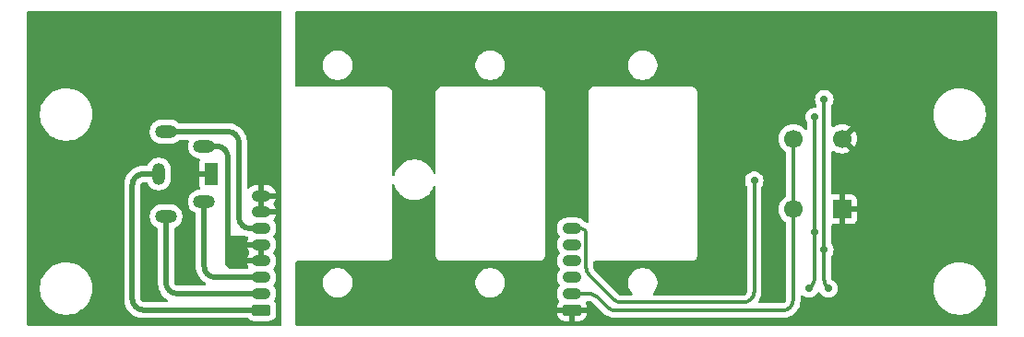
<source format=gbr>
%TF.GenerationSoftware,KiCad,Pcbnew,8.0.8*%
%TF.CreationDate,2025-01-30T12:00:52+07:00*%
%TF.ProjectId,CH170_FrontPanel,43483137-305f-4467-926f-6e7450616e65,rev?*%
%TF.SameCoordinates,Original*%
%TF.FileFunction,Copper,L1,Top*%
%TF.FilePolarity,Positive*%
%FSLAX46Y46*%
G04 Gerber Fmt 4.6, Leading zero omitted, Abs format (unit mm)*
G04 Created by KiCad (PCBNEW 8.0.8) date 2025-01-30 12:00:52*
%MOMM*%
%LPD*%
G01*
G04 APERTURE LIST*
G04 Aperture macros list*
%AMRoundRect*
0 Rectangle with rounded corners*
0 $1 Rounding radius*
0 $2 $3 $4 $5 $6 $7 $8 $9 X,Y pos of 4 corners*
0 Add a 4 corners polygon primitive as box body*
4,1,4,$2,$3,$4,$5,$6,$7,$8,$9,$2,$3,0*
0 Add four circle primitives for the rounded corners*
1,1,$1+$1,$2,$3*
1,1,$1+$1,$4,$5*
1,1,$1+$1,$6,$7*
1,1,$1+$1,$8,$9*
0 Add four rect primitives between the rounded corners*
20,1,$1+$1,$2,$3,$4,$5,0*
20,1,$1+$1,$4,$5,$6,$7,0*
20,1,$1+$1,$6,$7,$8,$9,0*
20,1,$1+$1,$8,$9,$2,$3,0*%
G04 Aperture macros list end*
%TA.AperFunction,ComponentPad*%
%ADD10R,1.200000X2.000000*%
%TD*%
%TA.AperFunction,ComponentPad*%
%ADD11O,2.000000X1.200000*%
%TD*%
%TA.AperFunction,ComponentPad*%
%ADD12O,1.200000X2.000000*%
%TD*%
%TA.AperFunction,ComponentPad*%
%ADD13RoundRect,0.250000X0.615000X-0.265000X0.615000X0.265000X-0.615000X0.265000X-0.615000X-0.265000X0*%
%TD*%
%TA.AperFunction,ComponentPad*%
%ADD14O,1.730000X1.030000*%
%TD*%
%TA.AperFunction,ComponentPad*%
%ADD15R,1.700000X1.700000*%
%TD*%
%TA.AperFunction,ComponentPad*%
%ADD16C,1.700000*%
%TD*%
%TA.AperFunction,ViaPad*%
%ADD17C,0.700000*%
%TD*%
%TA.AperFunction,Conductor*%
%ADD18C,0.500000*%
%TD*%
%TA.AperFunction,Conductor*%
%ADD19C,0.350000*%
%TD*%
%TA.AperFunction,Conductor*%
%ADD20C,0.300000*%
%TD*%
G04 APERTURE END LIST*
D10*
%TO.P,J101,G*%
%TO.N,/HDA_G*%
X123742000Y-95736000D03*
D11*
%TO.P,J101,R*%
%TO.N,/HDA_R*%
X119592000Y-99636000D03*
%TO.P,J101,RN*%
%TO.N,/HDA_RN*%
X123092000Y-98286000D03*
D12*
%TO.P,J101,S*%
%TO.N,/HDA_S*%
X118942000Y-95736000D03*
D11*
%TO.P,J101,T*%
%TO.N,/HDA_T*%
X119592000Y-91836000D03*
%TO.P,J101,TN*%
%TO.N,/HDA_TN*%
X123092000Y-93186000D03*
%TD*%
D13*
%TO.P,J103,1,Pin_1*%
%TO.N,/PWR_G*%
X156842000Y-108236000D03*
D14*
%TO.P,J103,2,Pin_2*%
%TO.N,/PWR_B*%
X156842000Y-106736000D03*
%TO.P,J103,3,Pin_3*%
%TO.N,/PWR_N*%
X156842000Y-105236000D03*
%TO.P,J103,4,Pin_4*%
%TO.N,/PWR_P*%
X156842000Y-103736000D03*
%TO.P,J103,5,Pin_5*%
%TO.N,/HDD_N*%
X156842000Y-102236000D03*
%TO.P,J103,6,Pin_6*%
%TO.N,/HDD_P*%
X156842000Y-100736000D03*
%TD*%
D13*
%TO.P,J102,1,Pin_1*%
%TO.N,/HDA_S*%
X128342000Y-108236000D03*
D14*
%TO.P,J102,2,Pin_2*%
%TO.N,/HDA_R*%
X128342000Y-106736000D03*
%TO.P,J102,3,Pin_3*%
%TO.N,/HDA_RN*%
X128342000Y-105236000D03*
%TO.P,J102,4,Pin_4*%
%TO.N,/HDA_TN*%
X128342000Y-103736000D03*
%TO.P,J102,5,Pin_5*%
X128342000Y-102236000D03*
%TO.P,J102,6,Pin_6*%
%TO.N,/HDA_T*%
X128342000Y-100736000D03*
%TO.P,J102,7,Pin_7*%
%TO.N,/HDA_G*%
X128342000Y-99236000D03*
%TO.P,J102,8,Pin_8*%
X128342000Y-97736000D03*
%TD*%
D15*
%TO.P,SW101,1,1*%
%TO.N,/PWR_G*%
X181650727Y-98989262D03*
D16*
X181650727Y-92489262D03*
%TO.P,SW101,2,2*%
%TO.N,/PWR_B*%
X177150727Y-98989262D03*
X177150727Y-92489262D03*
%TD*%
D17*
%TO.N,/PWR_G*%
X181653000Y-94714000D03*
%TO.N,/HDD_P*%
X173579499Y-96365000D03*
%TO.N,/HDD_N*%
X179113000Y-90507000D03*
%TO.N,/PWR_N*%
X180002000Y-88849000D03*
%TO.N,/HDD_N*%
X179113000Y-101064000D03*
%TO.N,/PWR_N*%
X180002000Y-102715000D03*
%TO.N,/HDD_N*%
X178602953Y-106271000D03*
%TO.N,/PWR_N*%
X180380953Y-106271000D03*
%TO.N,/PWR_G*%
X173906000Y-81379000D03*
X153586000Y-81379000D03*
X168826000Y-81379000D03*
X194226000Y-95730000D03*
X184066000Y-109065000D03*
X191686000Y-81379000D03*
X138346000Y-109065000D03*
X166286000Y-81379000D03*
X191686000Y-109065000D03*
X194226000Y-100810000D03*
X158666000Y-81379000D03*
X194226000Y-93190000D03*
X148506000Y-81379000D03*
X189146000Y-81379000D03*
X171366000Y-81379000D03*
X145966000Y-109065000D03*
X153586000Y-109065000D03*
X194226000Y-109065000D03*
X163746000Y-81379000D03*
X184066000Y-81379000D03*
X135806000Y-81379000D03*
X143426000Y-109065000D03*
X194226000Y-103350000D03*
X140886000Y-109065000D03*
X156126000Y-81379000D03*
X145966000Y-81379000D03*
X189146000Y-109065000D03*
X135806000Y-109065000D03*
X151046000Y-81379000D03*
X133266000Y-106525000D03*
X151046000Y-109065000D03*
X181526000Y-81379000D03*
X161206000Y-81379000D03*
X133266000Y-81379000D03*
X140886000Y-81379000D03*
X194226000Y-98270000D03*
X194226000Y-86459000D03*
X176446000Y-81379000D03*
X186606000Y-81379000D03*
X143426000Y-81379000D03*
X194226000Y-83919000D03*
X133266000Y-83919000D03*
X148506000Y-109065000D03*
X133266000Y-109065000D03*
X194226000Y-81379000D03*
X138346000Y-81379000D03*
X186606000Y-109065000D03*
X133266000Y-86459000D03*
X178986000Y-81379000D03*
%TO.N,/HDA_G*%
X128313000Y-81379000D03*
X123233000Y-81379000D03*
X107993000Y-83919000D03*
X120693000Y-81379000D03*
X107993000Y-81379000D03*
X128313000Y-91539000D03*
X125773000Y-81379000D03*
X107993000Y-101699000D03*
X128313000Y-83919000D03*
X128313000Y-94079000D03*
X128313000Y-86459000D03*
X107993000Y-99159000D03*
X115613000Y-81379000D03*
X107993000Y-108811000D03*
X107993000Y-104239000D03*
X113073000Y-81379000D03*
X128313000Y-88999000D03*
X110533000Y-81379000D03*
X118153000Y-81379000D03*
X107993000Y-86459000D03*
X107993000Y-96619000D03*
X107993000Y-94079000D03*
%TD*%
D18*
%TO.N,/HDA_RN*%
X128342000Y-105236000D02*
X124092000Y-105236000D01*
X124092000Y-105236000D02*
G75*
G02*
X123092000Y-104236000I0J1000000D01*
G01*
X123092000Y-104236000D02*
X123092000Y-98286000D01*
%TO.N,/HDA_R*%
X119592000Y-105736000D02*
X119592000Y-99636000D01*
X128342000Y-106736000D02*
X120592000Y-106736000D01*
X120592000Y-106736000D02*
G75*
G02*
X119592000Y-105736000I0J1000000D01*
G01*
%TO.N,/HDA_T*%
X126281000Y-99736000D02*
X126281000Y-92836000D01*
X125281000Y-91836000D02*
X119592000Y-91836000D01*
X128342000Y-100736000D02*
X127281000Y-100736000D01*
X127281000Y-100736000D02*
G75*
G02*
X126281000Y-99736000I0J1000000D01*
G01*
X126281000Y-92836000D02*
G75*
G03*
X125281000Y-91836000I-1000000J0D01*
G01*
%TO.N,/HDA_TN*%
X123093427Y-93187427D02*
X123092000Y-93186000D01*
X128342000Y-103736000D02*
X128337000Y-103731000D01*
X128337000Y-103731000D02*
X126265000Y-103731000D01*
X125265000Y-94186000D02*
G75*
G03*
X124352365Y-93187417I-1004600J-1800D01*
G01*
X125265000Y-102731000D02*
X125265000Y-94186000D01*
X124352364Y-93187427D02*
X123093427Y-93187427D01*
X126265000Y-103731000D02*
G75*
G02*
X125265000Y-102731000I0J1000000D01*
G01*
%TO.N,/HDA_S*%
X118940573Y-95737427D02*
X118942000Y-95736000D01*
X116502000Y-107236000D02*
X116502000Y-96736000D01*
X128342000Y-108236000D02*
X117502000Y-108236000D01*
X117414636Y-95737427D02*
X118940573Y-95737427D01*
X116502000Y-96736000D02*
G75*
G02*
X117414635Y-95737417I1004600J-1800D01*
G01*
X117502000Y-108236000D02*
G75*
G02*
X116502000Y-107236000I0J1000000D01*
G01*
D19*
%TO.N,/HDD_N*%
X179113000Y-105346739D02*
G75*
G02*
X178820087Y-106053826I-1000000J39D01*
G01*
X179113000Y-90507000D02*
X179113000Y-101064000D01*
X179113000Y-101064000D02*
X179113000Y-105346739D01*
X178820107Y-106053846D02*
X178602953Y-106271000D01*
%TO.N,/PWR_N*%
X180294893Y-106184940D02*
G75*
G02*
X180001976Y-105477833I707107J707140D01*
G01*
X180002000Y-102715000D02*
X180002000Y-105477833D01*
X180294893Y-106184940D02*
X180380953Y-106271000D01*
X180002000Y-102715000D02*
X180002000Y-88849000D01*
%TO.N,/PWR_G*%
X183685000Y-94523535D02*
X183685000Y-98989262D01*
X183685000Y-98989262D02*
X181650727Y-98989262D01*
X181650727Y-92489262D02*
X183685000Y-94523535D01*
D20*
%TO.N,/HDD_P*%
X156843497Y-100737497D02*
X156842000Y-100736000D01*
X157723629Y-100737497D02*
X156843497Y-100737497D01*
X158158000Y-104332786D02*
X158158000Y-101236000D01*
X172579499Y-107541000D02*
X161366214Y-107541000D01*
X173579499Y-96365000D02*
X173579499Y-106541000D01*
X161366214Y-107541000D02*
G75*
G02*
X160659100Y-107248114I-14J1000000D01*
G01*
X158158000Y-101236000D02*
G75*
G03*
X157723635Y-100737452I-505700J-2100D01*
G01*
X160659107Y-107248107D02*
X158450893Y-105039893D01*
X173579499Y-106541000D02*
G75*
G02*
X172579499Y-107540999I-999999J0D01*
G01*
X158450893Y-105039893D02*
G75*
G02*
X158158010Y-104332786I707107J707093D01*
G01*
D19*
%TO.N,/PWR_G*%
X181650727Y-98989262D02*
X181650727Y-109319000D01*
%TO.N,/PWR_B*%
X177150727Y-107303000D02*
X177150727Y-98989262D01*
X177150727Y-98989262D02*
X177150727Y-92489262D01*
X160151107Y-108010107D02*
X159169893Y-107028893D01*
X156843808Y-106737808D02*
X156842000Y-106736000D01*
X176150727Y-108303000D02*
X160858214Y-108303000D01*
X158561100Y-106737808D02*
X156843808Y-106737808D01*
X160858214Y-108303000D02*
G75*
G02*
X160151100Y-108010114I-14J1000000D01*
G01*
X159169893Y-107028893D02*
G75*
G03*
X158561100Y-106737810I-722593J-729107D01*
G01*
X177150727Y-107303000D02*
G75*
G02*
X176150727Y-108303027I-1000027J0D01*
G01*
%TO.N,/PWR_G*%
X159555000Y-109319000D02*
X181650727Y-109319000D01*
X156842000Y-108236000D02*
X158472000Y-108236000D01*
X158472000Y-108236000D02*
X159555000Y-109319000D01*
D18*
%TO.N,/HDA_TN*%
X125265000Y-102236000D02*
X128313000Y-102236000D01*
%TD*%
%TA.AperFunction,Conductor*%
%TO.N,/HDA_TN*%
G36*
X126905091Y-101450024D02*
G01*
X126907944Y-101450861D01*
X126907958Y-101450865D01*
X126988424Y-101462434D01*
X127067095Y-101473745D01*
X127130650Y-101502770D01*
X127168424Y-101561548D01*
X127168424Y-101631418D01*
X127152549Y-101665373D01*
X127092525Y-101755205D01*
X127092517Y-101755219D01*
X127016006Y-101939934D01*
X127016004Y-101939942D01*
X127006842Y-101985999D01*
X127006843Y-101986000D01*
X128075811Y-101986000D01*
X128049927Y-102011884D01*
X128001874Y-102095115D01*
X127977000Y-102187947D01*
X127977000Y-102284053D01*
X128001874Y-102376885D01*
X128049927Y-102460116D01*
X128075811Y-102486000D01*
X127006843Y-102486000D01*
X127016004Y-102532057D01*
X127016006Y-102532065D01*
X127092517Y-102716780D01*
X127092522Y-102716789D01*
X127203597Y-102883024D01*
X127203600Y-102883028D01*
X127218891Y-102898319D01*
X127252376Y-102959642D01*
X127247392Y-103029334D01*
X127218891Y-103073681D01*
X127203600Y-103088971D01*
X127203597Y-103088975D01*
X127092522Y-103255210D01*
X127092517Y-103255219D01*
X127016006Y-103439934D01*
X127016004Y-103439942D01*
X127006842Y-103485999D01*
X127006843Y-103486000D01*
X128075811Y-103486000D01*
X128049927Y-103511884D01*
X128001874Y-103595115D01*
X127977000Y-103687947D01*
X127977000Y-103784053D01*
X128001874Y-103876885D01*
X128049927Y-103960116D01*
X128075811Y-103986000D01*
X127006843Y-103986000D01*
X127016004Y-104032057D01*
X127016006Y-104032065D01*
X127092517Y-104216780D01*
X127092522Y-104216789D01*
X127143184Y-104292609D01*
X127164062Y-104359286D01*
X127145578Y-104426667D01*
X127093599Y-104473357D01*
X127040082Y-104485500D01*
X125562759Y-104485500D01*
X125495720Y-104465815D01*
X125475077Y-104449181D01*
X125452563Y-104426667D01*
X125047318Y-104021418D01*
X125013834Y-103960095D01*
X125011000Y-103933737D01*
X125011000Y-101569000D01*
X125030685Y-101501961D01*
X125083489Y-101456206D01*
X125135000Y-101445000D01*
X126870154Y-101445000D01*
X126905091Y-101450024D01*
G37*
%TD.AperFunction*%
%TA.AperFunction,Conductor*%
G36*
X128592000Y-103469811D02*
G01*
X128566116Y-103443927D01*
X128482885Y-103395874D01*
X128390053Y-103371000D01*
X128293947Y-103371000D01*
X128201115Y-103395874D01*
X128117884Y-103443927D01*
X128092000Y-103469811D01*
X128092000Y-102502189D01*
X128117884Y-102528073D01*
X128201115Y-102576126D01*
X128293947Y-102601000D01*
X128390053Y-102601000D01*
X128482885Y-102576126D01*
X128566116Y-102528073D01*
X128592000Y-102502189D01*
X128592000Y-103469811D01*
G37*
%TD.AperFunction*%
%TD*%
%TA.AperFunction,Conductor*%
%TO.N,/HDA_G*%
G36*
X128592000Y-98969811D02*
G01*
X128566116Y-98943927D01*
X128482885Y-98895874D01*
X128390053Y-98871000D01*
X128293947Y-98871000D01*
X128201115Y-98895874D01*
X128117884Y-98943927D01*
X128092000Y-98969811D01*
X128092000Y-98002189D01*
X128117884Y-98028073D01*
X128201115Y-98076126D01*
X128293947Y-98101000D01*
X128390053Y-98101000D01*
X128482885Y-98076126D01*
X128566116Y-98028073D01*
X128592000Y-98002189D01*
X128592000Y-98969811D01*
G37*
%TD.AperFunction*%
%TA.AperFunction,Conductor*%
G36*
X130161039Y-80756185D02*
G01*
X130206794Y-80808989D01*
X130218000Y-80860500D01*
X130218000Y-109611500D01*
X130198315Y-109678539D01*
X130145511Y-109724294D01*
X130094000Y-109735500D01*
X106966500Y-109735500D01*
X106899461Y-109715815D01*
X106853706Y-109663011D01*
X106842500Y-109611500D01*
X106842500Y-106129186D01*
X108025500Y-106129186D01*
X108025500Y-106398813D01*
X108055686Y-106666719D01*
X108055688Y-106666731D01*
X108115684Y-106929594D01*
X108115687Y-106929602D01*
X108204734Y-107184082D01*
X108321714Y-107426994D01*
X108321716Y-107426997D01*
X108465162Y-107655289D01*
X108633266Y-107866085D01*
X108823915Y-108056734D01*
X109034711Y-108224838D01*
X109263003Y-108368284D01*
X109505921Y-108485267D01*
X109693801Y-108551009D01*
X109760397Y-108574312D01*
X109760405Y-108574315D01*
X109760408Y-108574315D01*
X109760409Y-108574316D01*
X110023268Y-108634312D01*
X110291187Y-108664499D01*
X110291188Y-108664500D01*
X110291191Y-108664500D01*
X110560812Y-108664500D01*
X110560812Y-108664499D01*
X110828732Y-108634312D01*
X111091591Y-108574316D01*
X111346079Y-108485267D01*
X111588997Y-108368284D01*
X111817289Y-108224838D01*
X112028085Y-108056734D01*
X112218734Y-107866085D01*
X112386838Y-107655289D01*
X112530284Y-107426997D01*
X112647267Y-107184079D01*
X112736316Y-106929591D01*
X112796312Y-106666732D01*
X112826500Y-106398809D01*
X112826500Y-106129191D01*
X112796312Y-105861268D01*
X112736316Y-105598409D01*
X112647267Y-105343921D01*
X112547129Y-105135982D01*
X112530285Y-105101005D01*
X112515251Y-105077079D01*
X112386838Y-104872711D01*
X112218734Y-104661915D01*
X112028085Y-104471266D01*
X111992225Y-104442669D01*
X111917834Y-104383344D01*
X111817289Y-104303162D01*
X111588997Y-104159716D01*
X111588994Y-104159714D01*
X111346082Y-104042734D01*
X111091602Y-103953687D01*
X111091594Y-103953684D01*
X110894446Y-103908687D01*
X110828732Y-103893688D01*
X110828728Y-103893687D01*
X110828719Y-103893686D01*
X110560813Y-103863500D01*
X110560809Y-103863500D01*
X110291191Y-103863500D01*
X110291186Y-103863500D01*
X110023280Y-103893686D01*
X110023268Y-103893688D01*
X109760405Y-103953684D01*
X109760397Y-103953687D01*
X109505917Y-104042734D01*
X109263005Y-104159714D01*
X109034712Y-104303161D01*
X108823915Y-104471265D01*
X108633265Y-104661915D01*
X108465161Y-104872712D01*
X108321714Y-105101005D01*
X108204734Y-105343917D01*
X108115687Y-105598397D01*
X108115684Y-105598405D01*
X108055688Y-105861268D01*
X108055686Y-105861280D01*
X108025500Y-106129186D01*
X106842500Y-106129186D01*
X106842500Y-96818404D01*
X115751351Y-96818404D01*
X115751500Y-96821278D01*
X115751500Y-107157119D01*
X115751500Y-107236000D01*
X115751500Y-107361198D01*
X115754585Y-107382652D01*
X115787135Y-107609044D01*
X115787136Y-107609048D01*
X115857676Y-107849291D01*
X115857678Y-107849297D01*
X115961695Y-108077061D01*
X115961705Y-108077079D01*
X116097068Y-108287708D01*
X116097072Y-108287714D01*
X116261047Y-108476952D01*
X116450285Y-108640927D01*
X116450291Y-108640931D01*
X116660920Y-108776294D01*
X116660928Y-108776298D01*
X116660932Y-108776301D01*
X116660935Y-108776302D01*
X116660938Y-108776304D01*
X116888702Y-108880321D01*
X116888708Y-108880323D01*
X117091788Y-108939951D01*
X117128954Y-108950864D01*
X117376802Y-108986500D01*
X117428082Y-108986500D01*
X127099770Y-108986500D01*
X127166809Y-109006185D01*
X127187451Y-109022819D01*
X127258344Y-109093712D01*
X127407666Y-109185814D01*
X127574203Y-109240999D01*
X127676991Y-109251500D01*
X129007008Y-109251499D01*
X129109797Y-109240999D01*
X129276334Y-109185814D01*
X129425656Y-109093712D01*
X129549712Y-108969656D01*
X129641814Y-108820334D01*
X129696999Y-108653797D01*
X129707500Y-108551009D01*
X129707499Y-107920992D01*
X129696999Y-107818203D01*
X129641814Y-107651666D01*
X129549712Y-107502344D01*
X129532690Y-107485322D01*
X129499205Y-107423999D01*
X129504189Y-107354307D01*
X129517269Y-107328750D01*
X129529805Y-107309989D01*
X129591925Y-107217020D01*
X129668475Y-107032211D01*
X129707500Y-106836018D01*
X129707500Y-106635982D01*
X129668475Y-106439789D01*
X129651502Y-106398813D01*
X129591928Y-106254986D01*
X129591921Y-106254973D01*
X129480792Y-106088657D01*
X129480791Y-106088656D01*
X129465816Y-106073681D01*
X129432331Y-106012361D01*
X129437314Y-105942669D01*
X129465816Y-105898318D01*
X129480791Y-105883344D01*
X129591925Y-105717020D01*
X129668475Y-105532211D01*
X129707500Y-105336018D01*
X129707500Y-105135982D01*
X129668475Y-104939789D01*
X129640691Y-104872711D01*
X129591928Y-104754986D01*
X129591921Y-104754973D01*
X129480792Y-104588657D01*
X129480791Y-104588656D01*
X129465816Y-104573681D01*
X129432331Y-104512361D01*
X129437314Y-104442669D01*
X129465816Y-104398318D01*
X129480791Y-104383344D01*
X129591925Y-104217020D01*
X129598002Y-104202350D01*
X129616737Y-104157119D01*
X129668475Y-104032211D01*
X129707500Y-103836018D01*
X129707500Y-103635982D01*
X129668475Y-103439789D01*
X129668473Y-103439784D01*
X129591928Y-103254986D01*
X129591921Y-103254973D01*
X129480792Y-103088657D01*
X129480791Y-103088656D01*
X129465816Y-103073681D01*
X129432331Y-103012361D01*
X129437314Y-102942669D01*
X129465816Y-102898318D01*
X129480791Y-102883344D01*
X129591925Y-102717020D01*
X129668475Y-102532211D01*
X129707500Y-102336018D01*
X129707500Y-102135982D01*
X129668475Y-101939789D01*
X129668473Y-101939784D01*
X129591928Y-101754986D01*
X129591921Y-101754973D01*
X129480792Y-101588657D01*
X129480791Y-101588656D01*
X129465816Y-101573681D01*
X129432331Y-101512361D01*
X129437314Y-101442669D01*
X129465816Y-101398318D01*
X129480791Y-101383344D01*
X129591925Y-101217020D01*
X129668475Y-101032211D01*
X129707500Y-100836018D01*
X129707500Y-100635982D01*
X129668475Y-100439789D01*
X129632496Y-100352928D01*
X129591928Y-100254986D01*
X129591921Y-100254973D01*
X129480791Y-100088656D01*
X129480789Y-100088653D01*
X129465464Y-100073329D01*
X129431977Y-100012007D01*
X129436960Y-99942315D01*
X129465464Y-99897962D01*
X129480403Y-99883023D01*
X129591477Y-99716789D01*
X129591482Y-99716780D01*
X129667993Y-99532065D01*
X129667995Y-99532057D01*
X129677157Y-99486000D01*
X128608189Y-99486000D01*
X128634073Y-99460116D01*
X128682126Y-99376885D01*
X128707000Y-99284053D01*
X128707000Y-99187947D01*
X128682126Y-99095115D01*
X128634073Y-99011884D01*
X128608189Y-98986000D01*
X129677157Y-98986000D01*
X129677157Y-98985999D01*
X129667995Y-98939942D01*
X129667993Y-98939934D01*
X129591482Y-98755219D01*
X129591477Y-98755210D01*
X129480402Y-98588975D01*
X129480400Y-98588972D01*
X129465110Y-98573683D01*
X129431623Y-98512361D01*
X129436606Y-98442669D01*
X129465110Y-98398317D01*
X129480400Y-98383027D01*
X129480402Y-98383024D01*
X129591477Y-98216789D01*
X129591482Y-98216780D01*
X129667993Y-98032065D01*
X129667995Y-98032057D01*
X129677157Y-97986000D01*
X128608189Y-97986000D01*
X128634073Y-97960116D01*
X128682126Y-97876885D01*
X128707000Y-97784053D01*
X128707000Y-97687947D01*
X128682126Y-97595115D01*
X128634073Y-97511884D01*
X128608189Y-97486000D01*
X129677157Y-97486000D01*
X129677157Y-97485999D01*
X129667995Y-97439942D01*
X129667993Y-97439934D01*
X129591482Y-97255219D01*
X129591477Y-97255210D01*
X129480402Y-97088975D01*
X129480399Y-97088971D01*
X129339028Y-96947600D01*
X129339024Y-96947597D01*
X129172789Y-96836522D01*
X129172780Y-96836517D01*
X128988065Y-96760006D01*
X128988057Y-96760004D01*
X128791972Y-96721000D01*
X128592000Y-96721000D01*
X128592000Y-97469811D01*
X128566116Y-97443927D01*
X128482885Y-97395874D01*
X128390053Y-97371000D01*
X128293947Y-97371000D01*
X128201115Y-97395874D01*
X128117884Y-97443927D01*
X128092000Y-97469811D01*
X128092000Y-96721000D01*
X127892028Y-96721000D01*
X127695942Y-96760004D01*
X127695934Y-96760006D01*
X127511219Y-96836517D01*
X127511210Y-96836522D01*
X127344975Y-96947597D01*
X127344971Y-96947600D01*
X127243181Y-97049391D01*
X127181858Y-97082876D01*
X127112166Y-97077892D01*
X127056233Y-97036020D01*
X127031816Y-96970556D01*
X127031500Y-96961710D01*
X127031500Y-92710803D01*
X127024843Y-92664500D01*
X126995864Y-92462954D01*
X126968067Y-92368284D01*
X126925323Y-92222708D01*
X126925321Y-92222702D01*
X126821304Y-91994938D01*
X126821294Y-91994920D01*
X126685931Y-91784291D01*
X126685927Y-91784285D01*
X126521952Y-91595047D01*
X126332714Y-91431072D01*
X126332708Y-91431068D01*
X126122079Y-91295705D01*
X126122061Y-91295695D01*
X125894297Y-91191678D01*
X125894291Y-91191676D01*
X125654048Y-91121136D01*
X125654044Y-91121135D01*
X125477468Y-91095747D01*
X125406198Y-91085500D01*
X125406196Y-91085500D01*
X120849204Y-91085500D01*
X120782165Y-91065815D01*
X120761523Y-91049181D01*
X120708930Y-90996588D01*
X120708928Y-90996586D01*
X120568788Y-90894768D01*
X120414445Y-90816127D01*
X120249701Y-90762598D01*
X120249699Y-90762597D01*
X120249698Y-90762597D01*
X120118271Y-90741781D01*
X120078611Y-90735500D01*
X119105389Y-90735500D01*
X119065728Y-90741781D01*
X118934302Y-90762597D01*
X118769552Y-90816128D01*
X118615211Y-90894768D01*
X118567282Y-90929591D01*
X118475072Y-90996586D01*
X118475070Y-90996588D01*
X118475069Y-90996588D01*
X118352588Y-91119069D01*
X118352588Y-91119070D01*
X118352586Y-91119072D01*
X118308859Y-91179256D01*
X118250768Y-91259211D01*
X118172128Y-91413552D01*
X118118597Y-91578302D01*
X118091500Y-91749389D01*
X118091500Y-91922610D01*
X118102954Y-91994932D01*
X118118598Y-92093701D01*
X118172127Y-92258445D01*
X118250768Y-92412788D01*
X118352586Y-92552928D01*
X118475072Y-92675414D01*
X118615212Y-92777232D01*
X118769555Y-92855873D01*
X118934299Y-92909402D01*
X119105389Y-92936500D01*
X119105390Y-92936500D01*
X120078610Y-92936500D01*
X120078611Y-92936500D01*
X120249701Y-92909402D01*
X120414445Y-92855873D01*
X120568788Y-92777232D01*
X120708928Y-92675414D01*
X120761523Y-92622819D01*
X120822846Y-92589334D01*
X120849204Y-92586500D01*
X121559991Y-92586500D01*
X121627030Y-92606185D01*
X121672785Y-92658989D01*
X121682729Y-92728147D01*
X121673055Y-92758657D01*
X121673994Y-92759046D01*
X121672129Y-92763547D01*
X121618597Y-92928302D01*
X121617299Y-92936500D01*
X121591500Y-93099389D01*
X121591500Y-93272611D01*
X121618598Y-93443701D01*
X121672127Y-93608445D01*
X121750768Y-93762788D01*
X121852586Y-93902928D01*
X121975072Y-94025414D01*
X122115212Y-94127232D01*
X122269555Y-94205873D01*
X122434299Y-94259402D01*
X122605389Y-94286500D01*
X122605390Y-94286500D01*
X122606192Y-94286500D01*
X122606486Y-94286586D01*
X122610252Y-94286883D01*
X122610189Y-94287673D01*
X122673231Y-94306185D01*
X122718986Y-94358989D01*
X122728930Y-94428147D01*
X122705460Y-94484810D01*
X122698646Y-94493911D01*
X122698645Y-94493913D01*
X122648403Y-94628620D01*
X122648401Y-94628627D01*
X122642000Y-94688155D01*
X122642000Y-95486000D01*
X123442000Y-95486000D01*
X123442000Y-95986000D01*
X122642000Y-95986000D01*
X122642000Y-96783844D01*
X122648401Y-96843372D01*
X122648403Y-96843379D01*
X122698645Y-96978086D01*
X122698646Y-96978088D01*
X122705460Y-96987190D01*
X122729876Y-97052655D01*
X122715024Y-97120928D01*
X122665618Y-97170333D01*
X122610201Y-97184476D01*
X122610252Y-97185117D01*
X122606550Y-97185408D01*
X122606192Y-97185500D01*
X122605389Y-97185500D01*
X122565728Y-97191781D01*
X122434302Y-97212597D01*
X122269552Y-97266128D01*
X122115211Y-97344768D01*
X122044871Y-97395874D01*
X121975072Y-97446586D01*
X121975070Y-97446588D01*
X121975069Y-97446588D01*
X121852588Y-97569069D01*
X121852588Y-97569070D01*
X121852586Y-97569072D01*
X121833665Y-97595115D01*
X121750768Y-97709211D01*
X121672128Y-97863552D01*
X121618597Y-98028302D01*
X121611023Y-98076126D01*
X121591500Y-98199389D01*
X121591500Y-98372611D01*
X121618598Y-98543701D01*
X121672127Y-98708445D01*
X121750768Y-98862788D01*
X121852586Y-99002928D01*
X121975072Y-99125414D01*
X122027508Y-99163511D01*
X122115213Y-99227233D01*
X122273794Y-99308033D01*
X122324591Y-99356007D01*
X122341500Y-99418518D01*
X122341500Y-104157119D01*
X122341500Y-104236000D01*
X122341500Y-104361198D01*
X122344585Y-104382652D01*
X122377135Y-104609044D01*
X122377136Y-104609048D01*
X122447676Y-104849291D01*
X122447678Y-104849297D01*
X122551695Y-105077061D01*
X122551705Y-105077079D01*
X122687068Y-105287708D01*
X122687072Y-105287714D01*
X122851047Y-105476952D01*
X123040285Y-105640927D01*
X123040291Y-105640931D01*
X123221185Y-105757185D01*
X123266940Y-105809989D01*
X123276884Y-105879147D01*
X123247859Y-105942703D01*
X123189081Y-105980477D01*
X123154146Y-105985500D01*
X120601756Y-105985500D01*
X120582359Y-105983973D01*
X120534297Y-105976361D01*
X120497400Y-105964372D01*
X120462845Y-105946765D01*
X120431461Y-105923963D01*
X120404036Y-105896538D01*
X120381235Y-105865156D01*
X120363625Y-105830595D01*
X120351639Y-105793706D01*
X120344025Y-105745631D01*
X120342500Y-105726244D01*
X120342500Y-100768518D01*
X120362185Y-100701479D01*
X120410206Y-100658033D01*
X120568786Y-100577233D01*
X120568785Y-100577233D01*
X120568788Y-100577232D01*
X120708928Y-100475414D01*
X120831414Y-100352928D01*
X120933232Y-100212788D01*
X121011873Y-100058445D01*
X121065402Y-99893701D01*
X121092500Y-99722611D01*
X121092500Y-99549389D01*
X121065402Y-99378299D01*
X121011873Y-99213555D01*
X120933232Y-99059212D01*
X120831414Y-98919072D01*
X120708928Y-98796586D01*
X120568788Y-98694768D01*
X120414445Y-98616127D01*
X120249701Y-98562598D01*
X120249699Y-98562597D01*
X120249698Y-98562597D01*
X120118271Y-98541781D01*
X120078611Y-98535500D01*
X119105389Y-98535500D01*
X119065728Y-98541781D01*
X118934302Y-98562597D01*
X118769552Y-98616128D01*
X118615211Y-98694768D01*
X118535256Y-98752859D01*
X118475072Y-98796586D01*
X118475070Y-98796588D01*
X118475069Y-98796588D01*
X118352588Y-98919069D01*
X118352588Y-98919070D01*
X118352586Y-98919072D01*
X118337429Y-98939934D01*
X118250768Y-99059211D01*
X118172128Y-99213552D01*
X118118597Y-99378302D01*
X118091500Y-99549389D01*
X118091500Y-99722610D01*
X118116906Y-99883023D01*
X118118598Y-99893701D01*
X118172127Y-100058445D01*
X118250768Y-100212788D01*
X118352586Y-100352928D01*
X118475072Y-100475414D01*
X118580177Y-100551777D01*
X118615213Y-100577233D01*
X118773794Y-100658033D01*
X118824591Y-100706007D01*
X118841500Y-100768518D01*
X118841500Y-105657119D01*
X118841500Y-105736000D01*
X118841500Y-105861198D01*
X118844585Y-105882652D01*
X118877135Y-106109044D01*
X118877136Y-106109048D01*
X118947676Y-106349291D01*
X118947678Y-106349297D01*
X119051695Y-106577061D01*
X119051705Y-106577079D01*
X119187068Y-106787708D01*
X119187072Y-106787714D01*
X119351047Y-106976952D01*
X119540285Y-107140927D01*
X119540291Y-107140931D01*
X119721185Y-107257185D01*
X119766940Y-107309989D01*
X119776884Y-107379147D01*
X119747859Y-107442703D01*
X119689081Y-107480477D01*
X119654146Y-107485500D01*
X117511756Y-107485500D01*
X117492359Y-107483973D01*
X117444297Y-107476361D01*
X117407400Y-107464372D01*
X117372845Y-107446765D01*
X117341461Y-107423963D01*
X117314036Y-107396538D01*
X117291235Y-107365156D01*
X117273625Y-107330595D01*
X117261639Y-107293706D01*
X117254025Y-107245631D01*
X117252500Y-107226244D01*
X117252500Y-96746624D01*
X117253884Y-96728152D01*
X117260894Y-96681620D01*
X117271584Y-96646721D01*
X117287902Y-96612504D01*
X117308288Y-96582235D01*
X117333863Y-96554252D01*
X117362175Y-96531234D01*
X117394799Y-96511904D01*
X117428592Y-96498128D01*
X117455901Y-96491462D01*
X117485300Y-96487927D01*
X117810209Y-96487927D01*
X117877248Y-96507612D01*
X117920694Y-96555633D01*
X118000766Y-96712786D01*
X118025351Y-96746624D01*
X118102586Y-96852928D01*
X118225072Y-96975414D01*
X118365212Y-97077232D01*
X118519555Y-97155873D01*
X118684299Y-97209402D01*
X118855389Y-97236500D01*
X118855390Y-97236500D01*
X119028610Y-97236500D01*
X119028611Y-97236500D01*
X119199701Y-97209402D01*
X119364445Y-97155873D01*
X119518788Y-97077232D01*
X119658928Y-96975414D01*
X119781414Y-96852928D01*
X119883232Y-96712788D01*
X119961873Y-96558445D01*
X120015402Y-96393701D01*
X120042500Y-96222611D01*
X120042500Y-95249389D01*
X120015402Y-95078299D01*
X119961873Y-94913555D01*
X119883232Y-94759212D01*
X119781414Y-94619072D01*
X119658928Y-94496586D01*
X119518788Y-94394768D01*
X119364445Y-94316127D01*
X119199701Y-94262598D01*
X119199699Y-94262597D01*
X119199698Y-94262597D01*
X119068271Y-94241781D01*
X119028611Y-94235500D01*
X118855389Y-94235500D01*
X118815728Y-94241781D01*
X118684302Y-94262597D01*
X118519552Y-94316128D01*
X118365211Y-94394768D01*
X118285256Y-94452859D01*
X118225072Y-94496586D01*
X118225070Y-94496588D01*
X118225069Y-94496588D01*
X118102588Y-94619069D01*
X118102588Y-94619070D01*
X118102586Y-94619072D01*
X118095649Y-94628620D01*
X118000768Y-94759211D01*
X117919915Y-94917896D01*
X117918118Y-94916980D01*
X117879617Y-94964772D01*
X117813327Y-94986847D01*
X117808881Y-94986927D01*
X117466191Y-94986927D01*
X117451623Y-94986068D01*
X117444869Y-94985269D01*
X117424487Y-94982857D01*
X117424477Y-94982857D01*
X117390140Y-94986013D01*
X117385875Y-94986406D01*
X117374525Y-94986927D01*
X117340711Y-94986927D01*
X117313103Y-94992418D01*
X117300309Y-94994276D01*
X117251550Y-94998774D01*
X117228398Y-95000910D01*
X117228392Y-95000911D01*
X117228387Y-95000912D01*
X116998341Y-95053800D01*
X116998330Y-95053803D01*
X116777429Y-95137020D01*
X116777426Y-95137022D01*
X116569648Y-95249075D01*
X116569641Y-95249079D01*
X116378745Y-95387937D01*
X116208152Y-95551116D01*
X116060951Y-95735661D01*
X116060947Y-95735667D01*
X115939789Y-95938246D01*
X115939783Y-95938259D01*
X115846832Y-96155256D01*
X115846831Y-96155260D01*
X115783781Y-96382725D01*
X115783776Y-96382750D01*
X115751750Y-96616617D01*
X115751750Y-96616622D01*
X115751670Y-96654527D01*
X115751500Y-96657920D01*
X115751500Y-96662082D01*
X115751500Y-96735214D01*
X115751480Y-96746624D01*
X115751351Y-96818404D01*
X106842500Y-96818404D01*
X106842500Y-90129186D01*
X108025500Y-90129186D01*
X108025500Y-90398813D01*
X108055686Y-90666719D01*
X108055688Y-90666731D01*
X108115684Y-90929594D01*
X108115687Y-90929602D01*
X108204734Y-91184082D01*
X108321714Y-91426994D01*
X108324277Y-91431073D01*
X108465162Y-91655289D01*
X108633266Y-91866085D01*
X108823915Y-92056734D01*
X109034711Y-92224838D01*
X109263003Y-92368284D01*
X109505921Y-92485267D01*
X109697049Y-92552145D01*
X109760397Y-92574312D01*
X109760405Y-92574315D01*
X109760408Y-92574315D01*
X109760409Y-92574316D01*
X110023268Y-92634312D01*
X110291187Y-92664499D01*
X110291188Y-92664500D01*
X110291191Y-92664500D01*
X110560812Y-92664500D01*
X110560812Y-92664499D01*
X110828732Y-92634312D01*
X111091591Y-92574316D01*
X111346079Y-92485267D01*
X111588997Y-92368284D01*
X111817289Y-92224838D01*
X112028085Y-92056734D01*
X112218734Y-91866085D01*
X112386838Y-91655289D01*
X112530284Y-91426997D01*
X112647267Y-91184079D01*
X112736316Y-90929591D01*
X112796312Y-90666732D01*
X112826500Y-90398809D01*
X112826500Y-90129191D01*
X112796312Y-89861268D01*
X112736316Y-89598409D01*
X112647267Y-89343921D01*
X112530284Y-89101003D01*
X112386838Y-88872711D01*
X112218734Y-88661915D01*
X112028085Y-88471266D01*
X111817289Y-88303162D01*
X111588997Y-88159716D01*
X111588994Y-88159714D01*
X111346082Y-88042734D01*
X111091602Y-87953687D01*
X111091594Y-87953684D01*
X110894446Y-87908687D01*
X110828732Y-87893688D01*
X110828728Y-87893687D01*
X110828719Y-87893686D01*
X110560813Y-87863500D01*
X110560809Y-87863500D01*
X110291191Y-87863500D01*
X110291186Y-87863500D01*
X110023280Y-87893686D01*
X110023268Y-87893688D01*
X109760405Y-87953684D01*
X109760397Y-87953687D01*
X109505917Y-88042734D01*
X109263005Y-88159714D01*
X109034712Y-88303161D01*
X108823915Y-88471265D01*
X108633265Y-88661915D01*
X108465161Y-88872712D01*
X108321714Y-89101005D01*
X108204734Y-89343917D01*
X108115687Y-89598397D01*
X108115684Y-89598405D01*
X108055688Y-89861268D01*
X108055686Y-89861280D01*
X108025500Y-90129186D01*
X106842500Y-90129186D01*
X106842500Y-80860500D01*
X106862185Y-80793461D01*
X106914989Y-80747706D01*
X106966500Y-80736500D01*
X130094000Y-80736500D01*
X130161039Y-80756185D01*
G37*
%TD.AperFunction*%
%TD*%
%TA.AperFunction,Conductor*%
%TO.N,/PWR_G*%
G36*
X195784539Y-80756185D02*
G01*
X195830294Y-80808989D01*
X195841500Y-80860500D01*
X195841500Y-109611500D01*
X195821815Y-109678539D01*
X195769011Y-109724294D01*
X195717500Y-109735500D01*
X131612000Y-109735500D01*
X131544961Y-109715815D01*
X131499206Y-109663011D01*
X131488000Y-109611500D01*
X131488000Y-105629713D01*
X133991500Y-105629713D01*
X133991500Y-105842286D01*
X134021125Y-106029334D01*
X134024754Y-106052243D01*
X134049754Y-106129186D01*
X134090444Y-106254414D01*
X134186951Y-106443820D01*
X134311890Y-106615786D01*
X134462213Y-106766109D01*
X134634179Y-106891048D01*
X134634181Y-106891049D01*
X134634184Y-106891051D01*
X134823588Y-106987557D01*
X135025757Y-107053246D01*
X135235713Y-107086500D01*
X135235714Y-107086500D01*
X135448286Y-107086500D01*
X135448287Y-107086500D01*
X135658243Y-107053246D01*
X135860412Y-106987557D01*
X136049816Y-106891051D01*
X136106423Y-106849924D01*
X136221786Y-106766109D01*
X136221788Y-106766106D01*
X136221792Y-106766104D01*
X136372104Y-106615792D01*
X136372106Y-106615788D01*
X136372109Y-106615786D01*
X136497048Y-106443820D01*
X136497047Y-106443820D01*
X136497051Y-106443816D01*
X136593557Y-106254412D01*
X136659246Y-106052243D01*
X136692500Y-105842287D01*
X136692500Y-105629713D01*
X147991500Y-105629713D01*
X147991500Y-105842286D01*
X148021125Y-106029334D01*
X148024754Y-106052243D01*
X148049754Y-106129186D01*
X148090444Y-106254414D01*
X148186951Y-106443820D01*
X148311890Y-106615786D01*
X148462213Y-106766109D01*
X148634179Y-106891048D01*
X148634181Y-106891049D01*
X148634184Y-106891051D01*
X148823588Y-106987557D01*
X149025757Y-107053246D01*
X149235713Y-107086500D01*
X149235714Y-107086500D01*
X149448286Y-107086500D01*
X149448287Y-107086500D01*
X149658243Y-107053246D01*
X149860412Y-106987557D01*
X150049816Y-106891051D01*
X150106423Y-106849924D01*
X150221786Y-106766109D01*
X150221788Y-106766106D01*
X150221792Y-106766104D01*
X150372104Y-106615792D01*
X150372106Y-106615788D01*
X150372109Y-106615786D01*
X150497048Y-106443820D01*
X150497047Y-106443820D01*
X150497051Y-106443816D01*
X150593557Y-106254412D01*
X150659246Y-106052243D01*
X150692500Y-105842287D01*
X150692500Y-105629713D01*
X150659246Y-105419757D01*
X150593557Y-105217588D01*
X150497051Y-105028184D01*
X150497049Y-105028181D01*
X150497048Y-105028179D01*
X150372109Y-104856213D01*
X150221786Y-104705890D01*
X150049820Y-104580951D01*
X149860414Y-104484444D01*
X149860413Y-104484443D01*
X149860412Y-104484443D01*
X149658243Y-104418754D01*
X149658241Y-104418753D01*
X149658240Y-104418753D01*
X149496957Y-104393208D01*
X149448287Y-104385500D01*
X149235713Y-104385500D01*
X149187042Y-104393208D01*
X149025760Y-104418753D01*
X148823585Y-104484444D01*
X148634179Y-104580951D01*
X148462213Y-104705890D01*
X148311890Y-104856213D01*
X148186951Y-105028179D01*
X148090444Y-105217585D01*
X148024753Y-105419760D01*
X147991500Y-105629713D01*
X136692500Y-105629713D01*
X136659246Y-105419757D01*
X136593557Y-105217588D01*
X136497051Y-105028184D01*
X136497049Y-105028181D01*
X136497048Y-105028179D01*
X136372109Y-104856213D01*
X136221786Y-104705890D01*
X136049820Y-104580951D01*
X135860414Y-104484444D01*
X135860413Y-104484443D01*
X135860412Y-104484443D01*
X135658243Y-104418754D01*
X135658241Y-104418753D01*
X135658240Y-104418753D01*
X135496957Y-104393208D01*
X135448287Y-104385500D01*
X135235713Y-104385500D01*
X135187042Y-104393208D01*
X135025760Y-104418753D01*
X134823585Y-104484444D01*
X134634179Y-104580951D01*
X134462213Y-104705890D01*
X134311890Y-104856213D01*
X134186951Y-105028179D01*
X134090444Y-105217585D01*
X134024753Y-105419760D01*
X133991500Y-105629713D01*
X131488000Y-105629713D01*
X131488000Y-103860500D01*
X131507685Y-103793461D01*
X131560489Y-103747706D01*
X131612000Y-103736500D01*
X139907890Y-103736500D01*
X139907892Y-103736500D01*
X140035186Y-103702392D01*
X140149314Y-103636500D01*
X140242500Y-103543314D01*
X140308392Y-103429186D01*
X140342500Y-103301892D01*
X140342500Y-96766531D01*
X140362185Y-96699492D01*
X140414989Y-96653737D01*
X140484147Y-96643793D01*
X140547703Y-96672818D01*
X140585477Y-96731596D01*
X140586262Y-96734390D01*
X140594874Y-96766531D01*
X140619947Y-96860104D01*
X140712773Y-97084205D01*
X140712776Y-97084212D01*
X140834064Y-97294289D01*
X140834066Y-97294292D01*
X140834067Y-97294293D01*
X140981733Y-97486736D01*
X140981739Y-97486743D01*
X141153256Y-97658260D01*
X141153262Y-97658265D01*
X141345711Y-97805936D01*
X141555788Y-97927224D01*
X141779900Y-98020054D01*
X142014211Y-98082838D01*
X142194586Y-98106584D01*
X142254711Y-98114500D01*
X142254712Y-98114500D01*
X142497289Y-98114500D01*
X142545388Y-98108167D01*
X142737789Y-98082838D01*
X142972100Y-98020054D01*
X143196212Y-97927224D01*
X143406289Y-97805936D01*
X143598738Y-97658265D01*
X143770265Y-97486738D01*
X143917936Y-97294289D01*
X144039224Y-97084212D01*
X144101999Y-96932657D01*
X144113939Y-96903834D01*
X144157780Y-96849431D01*
X144224074Y-96827366D01*
X144291773Y-96844645D01*
X144339384Y-96895782D01*
X144352500Y-96951287D01*
X144352500Y-103302891D01*
X144386608Y-103430187D01*
X144392149Y-103439784D01*
X144452500Y-103544314D01*
X144545686Y-103637500D01*
X144659814Y-103703392D01*
X144787108Y-103737500D01*
X144787110Y-103737500D01*
X153918890Y-103737500D01*
X153918892Y-103737500D01*
X154046186Y-103703392D01*
X154160314Y-103637500D01*
X154253500Y-103544314D01*
X154319392Y-103430186D01*
X154353500Y-103302892D01*
X154353500Y-100635977D01*
X155476500Y-100635977D01*
X155476500Y-100836022D01*
X155515523Y-101032203D01*
X155515526Y-101032215D01*
X155592071Y-101217013D01*
X155592078Y-101217026D01*
X155703208Y-101383343D01*
X155703211Y-101383347D01*
X155718183Y-101398319D01*
X155751668Y-101459642D01*
X155746684Y-101529334D01*
X155718183Y-101573681D01*
X155703211Y-101588652D01*
X155703208Y-101588656D01*
X155592078Y-101754973D01*
X155592071Y-101754986D01*
X155515526Y-101939784D01*
X155515523Y-101939796D01*
X155476500Y-102135977D01*
X155476500Y-102336022D01*
X155515523Y-102532203D01*
X155515526Y-102532215D01*
X155592071Y-102717013D01*
X155592078Y-102717026D01*
X155703208Y-102883343D01*
X155703211Y-102883347D01*
X155718183Y-102898319D01*
X155751668Y-102959642D01*
X155746684Y-103029334D01*
X155718183Y-103073681D01*
X155703211Y-103088652D01*
X155703208Y-103088656D01*
X155592078Y-103254973D01*
X155592071Y-103254986D01*
X155515526Y-103439784D01*
X155515523Y-103439796D01*
X155476500Y-103635977D01*
X155476500Y-103836022D01*
X155515523Y-104032203D01*
X155515526Y-104032215D01*
X155592071Y-104217013D01*
X155592078Y-104217026D01*
X155703208Y-104383343D01*
X155703211Y-104383347D01*
X155718183Y-104398319D01*
X155751668Y-104459642D01*
X155746684Y-104529334D01*
X155718183Y-104573681D01*
X155703211Y-104588652D01*
X155703208Y-104588656D01*
X155592078Y-104754973D01*
X155592071Y-104754986D01*
X155515526Y-104939784D01*
X155515523Y-104939796D01*
X155476500Y-105135977D01*
X155476500Y-105336022D01*
X155515523Y-105532203D01*
X155515526Y-105532215D01*
X155592071Y-105717013D01*
X155592078Y-105717026D01*
X155703208Y-105883343D01*
X155703211Y-105883347D01*
X155718183Y-105898319D01*
X155751668Y-105959642D01*
X155746684Y-106029334D01*
X155718183Y-106073681D01*
X155703211Y-106088652D01*
X155703208Y-106088656D01*
X155592078Y-106254973D01*
X155592071Y-106254986D01*
X155515526Y-106439784D01*
X155515523Y-106439796D01*
X155476500Y-106635977D01*
X155476500Y-106836022D01*
X155515523Y-107032203D01*
X155515526Y-107032215D01*
X155592071Y-107217013D01*
X155592078Y-107217026D01*
X155667013Y-107329174D01*
X155687891Y-107395852D01*
X155669406Y-107463232D01*
X155651594Y-107485744D01*
X155634684Y-107502654D01*
X155542643Y-107651875D01*
X155542641Y-107651880D01*
X155487494Y-107818302D01*
X155487493Y-107818309D01*
X155477000Y-107921013D01*
X155477000Y-107986000D01*
X156575811Y-107986000D01*
X156549927Y-108011884D01*
X156501874Y-108095115D01*
X156477000Y-108187947D01*
X156477000Y-108284053D01*
X156501874Y-108376885D01*
X156549927Y-108460116D01*
X156575811Y-108486000D01*
X155477001Y-108486000D01*
X155477001Y-108550986D01*
X155487494Y-108653697D01*
X155542641Y-108820119D01*
X155542643Y-108820124D01*
X155634684Y-108969345D01*
X155758654Y-109093315D01*
X155907875Y-109185356D01*
X155907880Y-109185358D01*
X156074302Y-109240505D01*
X156074309Y-109240506D01*
X156177019Y-109250999D01*
X156591999Y-109250999D01*
X156592000Y-109250998D01*
X156592000Y-108502189D01*
X156617884Y-108528073D01*
X156701115Y-108576126D01*
X156793947Y-108601000D01*
X156890053Y-108601000D01*
X156982885Y-108576126D01*
X157066116Y-108528073D01*
X157092000Y-108502189D01*
X157092000Y-109250999D01*
X157506972Y-109250999D01*
X157506986Y-109250998D01*
X157609697Y-109240505D01*
X157776119Y-109185358D01*
X157776124Y-109185356D01*
X157925345Y-109093315D01*
X158049315Y-108969345D01*
X158141356Y-108820124D01*
X158141358Y-108820119D01*
X158196505Y-108653697D01*
X158196506Y-108653690D01*
X158206999Y-108550986D01*
X158207000Y-108550973D01*
X158207000Y-108486000D01*
X157108189Y-108486000D01*
X157134073Y-108460116D01*
X157182126Y-108376885D01*
X157207000Y-108284053D01*
X157207000Y-108187947D01*
X157182126Y-108095115D01*
X157134073Y-108011884D01*
X157108189Y-107986000D01*
X158206999Y-107986000D01*
X158206999Y-107921028D01*
X158206998Y-107921013D01*
X158196505Y-107818302D01*
X158141358Y-107651880D01*
X158141353Y-107651869D01*
X158110843Y-107602405D01*
X158092402Y-107535013D01*
X158113324Y-107468349D01*
X158166966Y-107423580D01*
X158216381Y-107413308D01*
X158490729Y-107413308D01*
X158518118Y-107416371D01*
X158537595Y-107420782D01*
X158546655Y-107422834D01*
X158548934Y-107423350D01*
X158575032Y-107432416D01*
X158620513Y-107454162D01*
X158643955Y-107468782D01*
X158688681Y-107504163D01*
X158699431Y-107513732D01*
X159615307Y-108429608D01*
X159615317Y-108429619D01*
X159619641Y-108433943D01*
X159619642Y-108433944D01*
X159637133Y-108451435D01*
X159637152Y-108451469D01*
X159751100Y-108565414D01*
X159751105Y-108565418D01*
X159751109Y-108565422D01*
X159925360Y-108699127D01*
X160115573Y-108808943D01*
X160318492Y-108892992D01*
X160318497Y-108892994D01*
X160469410Y-108933428D01*
X160530646Y-108949836D01*
X160530647Y-108949836D01*
X160530650Y-108949837D01*
X160626237Y-108962419D01*
X160748405Y-108978501D01*
X160858223Y-108978500D01*
X176067834Y-108978500D01*
X176067870Y-108978501D01*
X176074631Y-108978501D01*
X176074635Y-108978502D01*
X176099355Y-108978501D01*
X176099445Y-108978527D01*
X176150745Y-108978526D01*
X176150745Y-108978527D01*
X176270579Y-108978524D01*
X176334410Y-108969345D01*
X176507795Y-108944412D01*
X176507797Y-108944411D01*
X176507807Y-108944410D01*
X176737765Y-108876882D01*
X176955773Y-108777316D01*
X177131314Y-108664499D01*
X177157383Y-108647745D01*
X177157383Y-108647744D01*
X177157392Y-108647739D01*
X177338519Y-108490787D01*
X177495466Y-108309656D01*
X177625038Y-108108033D01*
X177724598Y-107890023D01*
X177792119Y-107660063D01*
X177826227Y-107422834D01*
X177826227Y-107303000D01*
X177826227Y-107226889D01*
X177826227Y-107000905D01*
X177845912Y-106933866D01*
X177898716Y-106888111D01*
X177967874Y-106878167D01*
X178024504Y-106904029D01*
X178025466Y-106902706D01*
X178030720Y-106906523D01*
X178030723Y-106906526D01*
X178175360Y-107011612D01*
X178338686Y-107084329D01*
X178513562Y-107121500D01*
X178513563Y-107121500D01*
X178692342Y-107121500D01*
X178692344Y-107121500D01*
X178867220Y-107084329D01*
X179030546Y-107011612D01*
X179175183Y-106906526D01*
X179177432Y-106904029D01*
X179240723Y-106833737D01*
X179294812Y-106773665D01*
X179299175Y-106766109D01*
X179384566Y-106618206D01*
X179435132Y-106569990D01*
X179503739Y-106556766D01*
X179568604Y-106582734D01*
X179599340Y-106618206D01*
X179689090Y-106773660D01*
X179689092Y-106773663D01*
X179808717Y-106906521D01*
X179808720Y-106906523D01*
X179808723Y-106906526D01*
X179953360Y-107011612D01*
X180116686Y-107084329D01*
X180291562Y-107121500D01*
X180291563Y-107121500D01*
X180470342Y-107121500D01*
X180470344Y-107121500D01*
X180645220Y-107084329D01*
X180808546Y-107011612D01*
X180953183Y-106906526D01*
X180955432Y-106904029D01*
X180983960Y-106872345D01*
X181072812Y-106773665D01*
X181162203Y-106618835D01*
X181217450Y-106448803D01*
X181236138Y-106271000D01*
X181221233Y-106129186D01*
X190025500Y-106129186D01*
X190025500Y-106398813D01*
X190055686Y-106666719D01*
X190055687Y-106666728D01*
X190055688Y-106666732D01*
X190063433Y-106700666D01*
X190115684Y-106929594D01*
X190115687Y-106929602D01*
X190204734Y-107184082D01*
X190321714Y-107426994D01*
X190344484Y-107463232D01*
X190465162Y-107655289D01*
X190633266Y-107866085D01*
X190823915Y-108056734D01*
X191034711Y-108224838D01*
X191263003Y-108368284D01*
X191505921Y-108485267D01*
X191628254Y-108528073D01*
X191760397Y-108574312D01*
X191760405Y-108574315D01*
X191760408Y-108574315D01*
X191760409Y-108574316D01*
X192023268Y-108634312D01*
X192291187Y-108664499D01*
X192291188Y-108664500D01*
X192291191Y-108664500D01*
X192560812Y-108664500D01*
X192560812Y-108664499D01*
X192828732Y-108634312D01*
X193091591Y-108574316D01*
X193346079Y-108485267D01*
X193588997Y-108368284D01*
X193817289Y-108224838D01*
X194028085Y-108056734D01*
X194218734Y-107866085D01*
X194386838Y-107655289D01*
X194530284Y-107426997D01*
X194647267Y-107184079D01*
X194736316Y-106929591D01*
X194796312Y-106666732D01*
X194826500Y-106398809D01*
X194826500Y-106129191D01*
X194796312Y-105861268D01*
X194736316Y-105598409D01*
X194647267Y-105343921D01*
X194530284Y-105101003D01*
X194386838Y-104872711D01*
X194218734Y-104661915D01*
X194028085Y-104471266D01*
X193817289Y-104303162D01*
X193588997Y-104159716D01*
X193588994Y-104159714D01*
X193346082Y-104042734D01*
X193091602Y-103953687D01*
X193091594Y-103953684D01*
X192894446Y-103908687D01*
X192828732Y-103893688D01*
X192828728Y-103893687D01*
X192828719Y-103893686D01*
X192560813Y-103863500D01*
X192560809Y-103863500D01*
X192291191Y-103863500D01*
X192291186Y-103863500D01*
X192023280Y-103893686D01*
X192023268Y-103893688D01*
X191760405Y-103953684D01*
X191760397Y-103953687D01*
X191505917Y-104042734D01*
X191263005Y-104159714D01*
X191034712Y-104303161D01*
X190823915Y-104471265D01*
X190633265Y-104661915D01*
X190465161Y-104872712D01*
X190321714Y-105101005D01*
X190204734Y-105343917D01*
X190115687Y-105598397D01*
X190115684Y-105598405D01*
X190055688Y-105861268D01*
X190055686Y-105861280D01*
X190025500Y-106129186D01*
X181221233Y-106129186D01*
X181217450Y-106093197D01*
X181189826Y-106008181D01*
X181162205Y-105923170D01*
X181162202Y-105923164D01*
X181072812Y-105768335D01*
X181025956Y-105716296D01*
X180953188Y-105635478D01*
X180953185Y-105635476D01*
X180953184Y-105635475D01*
X180953183Y-105635474D01*
X180826505Y-105543436D01*
X180808545Y-105530387D01*
X180751063Y-105504794D01*
X180697827Y-105459543D01*
X180677506Y-105392694D01*
X180677500Y-105391515D01*
X180677500Y-103279225D01*
X180694113Y-103217225D01*
X180783250Y-103062835D01*
X180838497Y-102892803D01*
X180857185Y-102715000D01*
X180838497Y-102537197D01*
X180783250Y-102367165D01*
X180765270Y-102336022D01*
X180694113Y-102212773D01*
X180677500Y-102150774D01*
X180677500Y-100463262D01*
X180697185Y-100396223D01*
X180749989Y-100350468D01*
X180801500Y-100339262D01*
X181400727Y-100339262D01*
X181400727Y-99422274D01*
X181457734Y-99455187D01*
X181584901Y-99489262D01*
X181716553Y-99489262D01*
X181843720Y-99455187D01*
X181900727Y-99422274D01*
X181900727Y-100339262D01*
X182548555Y-100339262D01*
X182548571Y-100339261D01*
X182608099Y-100332860D01*
X182608106Y-100332858D01*
X182742813Y-100282616D01*
X182742820Y-100282612D01*
X182857914Y-100196452D01*
X182857917Y-100196449D01*
X182944077Y-100081355D01*
X182944081Y-100081348D01*
X182994323Y-99946641D01*
X182994325Y-99946634D01*
X183000726Y-99887106D01*
X183000727Y-99887089D01*
X183000727Y-99239262D01*
X182083739Y-99239262D01*
X182116652Y-99182255D01*
X182150727Y-99055088D01*
X182150727Y-98923436D01*
X182116652Y-98796269D01*
X182083739Y-98739262D01*
X183000727Y-98739262D01*
X183000727Y-98091434D01*
X183000726Y-98091417D01*
X182994325Y-98031889D01*
X182994323Y-98031882D01*
X182944081Y-97897175D01*
X182944077Y-97897168D01*
X182857917Y-97782074D01*
X182857914Y-97782071D01*
X182742820Y-97695911D01*
X182742813Y-97695907D01*
X182608106Y-97645665D01*
X182608099Y-97645663D01*
X182548571Y-97639262D01*
X181900727Y-97639262D01*
X181900727Y-98556250D01*
X181843720Y-98523337D01*
X181716553Y-98489262D01*
X181584901Y-98489262D01*
X181457734Y-98523337D01*
X181400727Y-98556250D01*
X181400727Y-97639262D01*
X180801500Y-97639262D01*
X180734461Y-97619577D01*
X180688706Y-97566773D01*
X180677500Y-97515262D01*
X180677500Y-93694048D01*
X180697185Y-93627009D01*
X180749989Y-93581254D01*
X180819147Y-93571310D01*
X180872624Y-93592474D01*
X180973141Y-93662857D01*
X180973147Y-93662861D01*
X181187234Y-93762691D01*
X181187243Y-93762695D01*
X181415400Y-93823829D01*
X181415411Y-93823831D01*
X181650725Y-93844419D01*
X181650729Y-93844419D01*
X181886042Y-93823831D01*
X181886053Y-93823829D01*
X182114210Y-93762695D01*
X182114219Y-93762691D01*
X182328307Y-93662861D01*
X182412098Y-93604187D01*
X181780135Y-92972224D01*
X181843720Y-92955187D01*
X181957734Y-92889361D01*
X182050826Y-92796269D01*
X182116652Y-92682255D01*
X182133689Y-92618670D01*
X182765652Y-93250633D01*
X182824326Y-93166842D01*
X182924156Y-92952754D01*
X182924160Y-92952745D01*
X182985294Y-92724588D01*
X182985296Y-92724577D01*
X183005884Y-92489263D01*
X183005884Y-92489260D01*
X182985296Y-92253946D01*
X182985294Y-92253935D01*
X182924160Y-92025778D01*
X182924156Y-92025769D01*
X182824328Y-91811686D01*
X182765652Y-91727888D01*
X182133689Y-92359852D01*
X182116652Y-92296269D01*
X182050826Y-92182255D01*
X181957734Y-92089163D01*
X181843720Y-92023337D01*
X181780135Y-92006299D01*
X182412099Y-91374335D01*
X182328303Y-91315660D01*
X182114219Y-91215832D01*
X182114210Y-91215828D01*
X181886053Y-91154694D01*
X181886042Y-91154692D01*
X181650729Y-91134105D01*
X181650725Y-91134105D01*
X181415411Y-91154692D01*
X181415400Y-91154694D01*
X181187243Y-91215828D01*
X181187234Y-91215832D01*
X180973149Y-91315661D01*
X180973147Y-91315662D01*
X180872623Y-91386050D01*
X180806417Y-91408377D01*
X180738649Y-91391367D01*
X180690837Y-91340418D01*
X180677500Y-91284475D01*
X180677500Y-90129186D01*
X190025500Y-90129186D01*
X190025500Y-90398813D01*
X190055686Y-90666719D01*
X190055688Y-90666731D01*
X190115684Y-90929594D01*
X190115687Y-90929602D01*
X190204734Y-91184082D01*
X190321714Y-91426994D01*
X190321716Y-91426997D01*
X190465162Y-91655289D01*
X190633266Y-91866085D01*
X190823915Y-92056734D01*
X191034711Y-92224838D01*
X191263003Y-92368284D01*
X191505921Y-92485267D01*
X191697049Y-92552145D01*
X191760397Y-92574312D01*
X191760405Y-92574315D01*
X191760408Y-92574315D01*
X191760409Y-92574316D01*
X192023268Y-92634312D01*
X192291187Y-92664499D01*
X192291188Y-92664500D01*
X192291191Y-92664500D01*
X192560812Y-92664500D01*
X192560812Y-92664499D01*
X192828732Y-92634312D01*
X193091591Y-92574316D01*
X193346079Y-92485267D01*
X193588997Y-92368284D01*
X193817289Y-92224838D01*
X194028085Y-92056734D01*
X194218734Y-91866085D01*
X194386838Y-91655289D01*
X194530284Y-91426997D01*
X194647267Y-91184079D01*
X194736316Y-90929591D01*
X194796312Y-90666732D01*
X194826500Y-90398809D01*
X194826500Y-90129191D01*
X194796312Y-89861268D01*
X194736316Y-89598409D01*
X194647267Y-89343921D01*
X194530284Y-89101003D01*
X194386838Y-88872711D01*
X194218734Y-88661915D01*
X194028085Y-88471266D01*
X193817289Y-88303162D01*
X193659613Y-88204087D01*
X193588994Y-88159714D01*
X193346082Y-88042734D01*
X193091602Y-87953687D01*
X193091594Y-87953684D01*
X192894446Y-87908687D01*
X192828732Y-87893688D01*
X192828728Y-87893687D01*
X192828719Y-87893686D01*
X192560813Y-87863500D01*
X192560809Y-87863500D01*
X192291191Y-87863500D01*
X192291186Y-87863500D01*
X192023280Y-87893686D01*
X192023268Y-87893688D01*
X191760405Y-87953684D01*
X191760397Y-87953687D01*
X191505917Y-88042734D01*
X191263005Y-88159714D01*
X191034712Y-88303161D01*
X190823915Y-88471265D01*
X190633265Y-88661915D01*
X190465161Y-88872712D01*
X190321714Y-89101005D01*
X190204734Y-89343917D01*
X190115687Y-89598397D01*
X190115684Y-89598405D01*
X190055688Y-89861268D01*
X190055686Y-89861280D01*
X190025500Y-90129186D01*
X180677500Y-90129186D01*
X180677500Y-89413225D01*
X180694113Y-89351225D01*
X180698332Y-89343917D01*
X180783250Y-89196835D01*
X180838497Y-89026803D01*
X180857185Y-88849000D01*
X180838497Y-88671197D01*
X180783250Y-88501165D01*
X180693859Y-88346335D01*
X180647003Y-88294296D01*
X180574235Y-88213478D01*
X180574232Y-88213476D01*
X180574231Y-88213475D01*
X180574230Y-88213474D01*
X180429593Y-88108388D01*
X180266267Y-88035671D01*
X180266265Y-88035670D01*
X180138594Y-88008533D01*
X180091391Y-87998500D01*
X179912609Y-87998500D01*
X179881954Y-88005015D01*
X179737733Y-88035670D01*
X179737728Y-88035672D01*
X179574408Y-88108387D01*
X179429768Y-88213475D01*
X179310140Y-88346336D01*
X179220750Y-88501164D01*
X179220747Y-88501170D01*
X179165504Y-88671192D01*
X179165503Y-88671194D01*
X179146815Y-88849000D01*
X179165503Y-89026805D01*
X179165504Y-89026807D01*
X179220747Y-89196829D01*
X179220750Y-89196835D01*
X179309887Y-89351225D01*
X179326500Y-89413225D01*
X179326500Y-89532500D01*
X179306815Y-89599539D01*
X179254011Y-89645294D01*
X179202500Y-89656500D01*
X179202391Y-89656500D01*
X179023609Y-89656500D01*
X178992954Y-89663015D01*
X178848733Y-89693670D01*
X178848728Y-89693672D01*
X178685408Y-89766387D01*
X178540768Y-89871475D01*
X178421140Y-90004336D01*
X178331750Y-90159164D01*
X178331747Y-90159170D01*
X178276504Y-90329192D01*
X178276503Y-90329194D01*
X178257815Y-90507000D01*
X178276503Y-90684805D01*
X178276504Y-90684807D01*
X178331747Y-90854829D01*
X178331750Y-90854835D01*
X178420887Y-91009225D01*
X178437500Y-91071225D01*
X178437500Y-91579160D01*
X178417815Y-91646199D01*
X178365011Y-91691954D01*
X178295853Y-91701898D01*
X178232297Y-91672873D01*
X178211926Y-91650284D01*
X178189222Y-91617860D01*
X178022129Y-91450768D01*
X178022122Y-91450763D01*
X177828561Y-91315229D01*
X177828557Y-91315227D01*
X177762609Y-91284475D01*
X177614390Y-91215359D01*
X177614386Y-91215358D01*
X177614382Y-91215356D01*
X177386140Y-91154200D01*
X177386130Y-91154198D01*
X177150728Y-91133603D01*
X177150726Y-91133603D01*
X176915323Y-91154198D01*
X176915313Y-91154200D01*
X176687071Y-91215356D01*
X176687062Y-91215360D01*
X176472898Y-91315226D01*
X176472896Y-91315227D01*
X176279324Y-91450767D01*
X176112232Y-91617859D01*
X175976692Y-91811431D01*
X175976691Y-91811433D01*
X175876825Y-92025597D01*
X175876821Y-92025606D01*
X175815665Y-92253848D01*
X175815663Y-92253858D01*
X175795068Y-92489261D01*
X175795068Y-92489262D01*
X175815663Y-92724665D01*
X175815665Y-92724675D01*
X175876821Y-92952917D01*
X175876823Y-92952921D01*
X175876824Y-92952925D01*
X175976575Y-93166842D01*
X175976692Y-93167092D01*
X175976694Y-93167096D01*
X176076018Y-93308944D01*
X176112232Y-93360663D01*
X176279326Y-93527757D01*
X176422351Y-93627904D01*
X176465975Y-93682480D01*
X176475227Y-93729478D01*
X176475227Y-97749045D01*
X176455542Y-97816084D01*
X176422351Y-97850620D01*
X176279321Y-97950770D01*
X176112232Y-98117859D01*
X175976692Y-98311431D01*
X175976691Y-98311433D01*
X175876825Y-98525597D01*
X175876821Y-98525606D01*
X175815665Y-98753848D01*
X175815663Y-98753858D01*
X175795068Y-98989261D01*
X175795068Y-98989262D01*
X175815663Y-99224665D01*
X175815665Y-99224675D01*
X175876821Y-99452917D01*
X175876823Y-99452921D01*
X175876824Y-99452925D01*
X175976692Y-99667092D01*
X175976694Y-99667096D01*
X176076018Y-99808944D01*
X176112232Y-99860663D01*
X176279326Y-100027757D01*
X176422351Y-100127904D01*
X176465975Y-100182480D01*
X176475227Y-100229478D01*
X176475227Y-107293243D01*
X176473700Y-107312641D01*
X176462416Y-107383885D01*
X176450428Y-107420782D01*
X176422165Y-107476251D01*
X176399363Y-107507635D01*
X176355345Y-107551655D01*
X176323958Y-107574460D01*
X176268488Y-107602724D01*
X176231595Y-107614713D01*
X176182518Y-107622487D01*
X176160516Y-107625973D01*
X176141117Y-107627500D01*
X174070290Y-107627500D01*
X174003251Y-107607815D01*
X173957496Y-107555011D01*
X173947552Y-107485853D01*
X173965975Y-107436461D01*
X174031798Y-107334037D01*
X174031799Y-107334033D01*
X174031808Y-107334021D01*
X174129885Y-107119264D01*
X174196400Y-106892735D01*
X174229999Y-106659046D01*
X174229999Y-106541000D01*
X174229999Y-106467706D01*
X174229999Y-96961197D01*
X174249684Y-96894158D01*
X174261851Y-96878223D01*
X174271358Y-96867665D01*
X174360749Y-96712835D01*
X174415996Y-96542803D01*
X174434684Y-96365000D01*
X174415996Y-96187197D01*
X174360749Y-96017165D01*
X174271358Y-95862335D01*
X174224502Y-95810296D01*
X174151734Y-95729478D01*
X174151731Y-95729476D01*
X174151730Y-95729475D01*
X174151729Y-95729474D01*
X174007092Y-95624388D01*
X173843766Y-95551671D01*
X173843764Y-95551670D01*
X173716093Y-95524533D01*
X173668890Y-95514500D01*
X173490108Y-95514500D01*
X173459453Y-95521015D01*
X173315232Y-95551670D01*
X173315227Y-95551672D01*
X173151907Y-95624387D01*
X173007267Y-95729475D01*
X172887639Y-95862336D01*
X172798249Y-96017164D01*
X172798246Y-96017170D01*
X172743003Y-96187192D01*
X172743002Y-96187194D01*
X172724314Y-96365000D01*
X172743002Y-96542805D01*
X172743003Y-96542807D01*
X172798246Y-96712829D01*
X172798249Y-96712835D01*
X172887640Y-96867665D01*
X172897147Y-96878223D01*
X172927378Y-96941213D01*
X172928999Y-96961197D01*
X172928999Y-106532874D01*
X172927938Y-106549057D01*
X172925182Y-106569990D01*
X172919220Y-106615274D01*
X172910842Y-106646539D01*
X172888422Y-106700666D01*
X172872237Y-106728700D01*
X172836572Y-106775180D01*
X172813681Y-106798071D01*
X172767199Y-106833737D01*
X172739169Y-106849920D01*
X172685040Y-106872342D01*
X172653771Y-106880720D01*
X172587548Y-106889439D01*
X172571368Y-106890500D01*
X164396758Y-106890500D01*
X164329719Y-106870815D01*
X164283964Y-106818011D01*
X164274020Y-106748853D01*
X164303045Y-106685297D01*
X164309077Y-106678819D01*
X164328853Y-106659043D01*
X164372104Y-106615792D01*
X164372106Y-106615788D01*
X164372109Y-106615786D01*
X164497048Y-106443820D01*
X164497047Y-106443820D01*
X164497051Y-106443816D01*
X164593557Y-106254412D01*
X164659246Y-106052243D01*
X164692500Y-105842287D01*
X164692500Y-105629713D01*
X164659246Y-105419757D01*
X164593557Y-105217588D01*
X164497051Y-105028184D01*
X164497049Y-105028181D01*
X164497048Y-105028179D01*
X164372109Y-104856213D01*
X164221786Y-104705890D01*
X164049820Y-104580951D01*
X163860414Y-104484444D01*
X163860413Y-104484443D01*
X163860412Y-104484443D01*
X163658243Y-104418754D01*
X163658241Y-104418753D01*
X163658240Y-104418753D01*
X163496957Y-104393208D01*
X163448287Y-104385500D01*
X163235713Y-104385500D01*
X163187042Y-104393208D01*
X163025760Y-104418753D01*
X162823585Y-104484444D01*
X162634179Y-104580951D01*
X162462213Y-104705890D01*
X162311890Y-104856213D01*
X162186951Y-105028179D01*
X162090444Y-105217585D01*
X162024753Y-105419760D01*
X161991500Y-105629713D01*
X161991500Y-105842286D01*
X162021125Y-106029334D01*
X162024754Y-106052243D01*
X162049754Y-106129186D01*
X162090444Y-106254414D01*
X162186951Y-106443820D01*
X162311890Y-106615786D01*
X162374923Y-106678819D01*
X162408408Y-106740142D01*
X162403424Y-106809834D01*
X162361552Y-106865767D01*
X162296088Y-106890184D01*
X162287242Y-106890500D01*
X161447110Y-106890500D01*
X161447094Y-106890499D01*
X161374328Y-106890499D01*
X161358144Y-106889438D01*
X161291933Y-106880722D01*
X161260666Y-106872345D01*
X161206535Y-106849924D01*
X161178500Y-106833738D01*
X161125570Y-106793124D01*
X161113377Y-106782431D01*
X161093955Y-106763010D01*
X161093953Y-106763008D01*
X158916623Y-104585677D01*
X158905933Y-104573489D01*
X158865264Y-104520487D01*
X158849086Y-104492465D01*
X158826661Y-104438326D01*
X158818286Y-104407063D01*
X158809561Y-104340780D01*
X158808500Y-104324595D01*
X158808500Y-104303161D01*
X158808501Y-104259501D01*
X158808500Y-104259496D01*
X158808500Y-103861500D01*
X158828185Y-103794461D01*
X158880989Y-103748706D01*
X158932500Y-103737500D01*
X167918890Y-103737500D01*
X167918892Y-103737500D01*
X168046186Y-103703392D01*
X168160314Y-103637500D01*
X168253500Y-103544314D01*
X168319392Y-103430186D01*
X168353500Y-103302892D01*
X168353500Y-88171108D01*
X168319392Y-88043814D01*
X168318813Y-88042812D01*
X168293230Y-87998500D01*
X168253500Y-87929686D01*
X168160314Y-87836500D01*
X168103250Y-87803554D01*
X168046187Y-87770608D01*
X167982539Y-87753554D01*
X167918892Y-87736500D01*
X158918892Y-87736500D01*
X158787108Y-87736500D01*
X158659812Y-87770608D01*
X158545686Y-87836500D01*
X158545683Y-87836502D01*
X158452502Y-87929683D01*
X158452500Y-87929686D01*
X158386608Y-88043812D01*
X158352500Y-88171108D01*
X158352500Y-100094957D01*
X158332815Y-100161996D01*
X158280011Y-100207751D01*
X158210853Y-100217695D01*
X158173648Y-100206165D01*
X158081456Y-100160692D01*
X158081449Y-100160689D01*
X158057273Y-100153214D01*
X157999041Y-100114604D01*
X157990802Y-100103639D01*
X157980789Y-100088653D01*
X157839347Y-99947211D01*
X157839343Y-99947208D01*
X157673026Y-99836078D01*
X157673013Y-99836071D01*
X157488215Y-99759526D01*
X157488203Y-99759523D01*
X157292022Y-99720500D01*
X157292018Y-99720500D01*
X156391982Y-99720500D01*
X156391977Y-99720500D01*
X156195796Y-99759523D01*
X156195784Y-99759526D01*
X156010986Y-99836071D01*
X156010973Y-99836078D01*
X155844656Y-99947208D01*
X155844652Y-99947211D01*
X155703211Y-100088652D01*
X155703208Y-100088656D01*
X155592078Y-100254973D01*
X155592071Y-100254986D01*
X155515526Y-100439784D01*
X155515523Y-100439796D01*
X155476500Y-100635977D01*
X154353500Y-100635977D01*
X154353500Y-88171108D01*
X154319392Y-88043814D01*
X154318813Y-88042812D01*
X154293230Y-87998500D01*
X154253500Y-87929686D01*
X154160314Y-87836500D01*
X154103250Y-87803554D01*
X154046187Y-87770608D01*
X153982539Y-87753554D01*
X153918892Y-87736500D01*
X144918892Y-87736500D01*
X144787108Y-87736500D01*
X144659812Y-87770608D01*
X144545686Y-87836500D01*
X144545683Y-87836502D01*
X144452502Y-87929683D01*
X144452500Y-87929686D01*
X144386608Y-88043812D01*
X144352500Y-88171108D01*
X144352500Y-95576712D01*
X144332815Y-95643751D01*
X144280011Y-95689506D01*
X144210853Y-95699450D01*
X144147297Y-95670425D01*
X144113939Y-95624165D01*
X144039227Y-95443794D01*
X144039222Y-95443785D01*
X143917936Y-95233711D01*
X143770265Y-95041262D01*
X143770260Y-95041256D01*
X143598743Y-94869739D01*
X143598736Y-94869733D01*
X143406293Y-94722067D01*
X143406292Y-94722066D01*
X143406289Y-94722064D01*
X143196212Y-94600776D01*
X143196205Y-94600773D01*
X142972104Y-94507947D01*
X142737785Y-94445161D01*
X142497289Y-94413500D01*
X142497288Y-94413500D01*
X142254712Y-94413500D01*
X142254711Y-94413500D01*
X142014214Y-94445161D01*
X141779895Y-94507947D01*
X141555794Y-94600773D01*
X141555785Y-94600777D01*
X141345706Y-94722067D01*
X141153263Y-94869733D01*
X141153256Y-94869739D01*
X140981739Y-95041256D01*
X140981733Y-95041263D01*
X140834067Y-95233706D01*
X140712777Y-95443785D01*
X140712773Y-95443794D01*
X140619947Y-95667895D01*
X140586275Y-95793562D01*
X140549910Y-95853222D01*
X140487063Y-95883751D01*
X140417687Y-95875456D01*
X140363809Y-95830971D01*
X140342535Y-95764419D01*
X140342500Y-95761468D01*
X140342500Y-88170110D01*
X140342500Y-88170108D01*
X140308392Y-88042814D01*
X140242500Y-87928686D01*
X140149314Y-87835500D01*
X140092250Y-87802554D01*
X140035187Y-87769608D01*
X139971539Y-87752554D01*
X139907892Y-87735500D01*
X139907891Y-87735500D01*
X131612000Y-87735500D01*
X131544961Y-87715815D01*
X131499206Y-87663011D01*
X131488000Y-87611500D01*
X131488000Y-85629713D01*
X133991500Y-85629713D01*
X133991500Y-85842286D01*
X134024753Y-86052239D01*
X134090444Y-86254414D01*
X134186951Y-86443820D01*
X134311890Y-86615786D01*
X134462213Y-86766109D01*
X134634179Y-86891048D01*
X134634181Y-86891049D01*
X134634184Y-86891051D01*
X134823588Y-86987557D01*
X135025757Y-87053246D01*
X135235713Y-87086500D01*
X135235714Y-87086500D01*
X135448286Y-87086500D01*
X135448287Y-87086500D01*
X135658243Y-87053246D01*
X135860412Y-86987557D01*
X136049816Y-86891051D01*
X136071789Y-86875086D01*
X136221786Y-86766109D01*
X136221788Y-86766106D01*
X136221792Y-86766104D01*
X136372104Y-86615792D01*
X136372106Y-86615788D01*
X136372109Y-86615786D01*
X136497048Y-86443820D01*
X136497047Y-86443820D01*
X136497051Y-86443816D01*
X136593557Y-86254412D01*
X136659246Y-86052243D01*
X136692500Y-85842287D01*
X136692500Y-85629713D01*
X147991500Y-85629713D01*
X147991500Y-85842286D01*
X148024753Y-86052239D01*
X148090444Y-86254414D01*
X148186951Y-86443820D01*
X148311890Y-86615786D01*
X148462213Y-86766109D01*
X148634179Y-86891048D01*
X148634181Y-86891049D01*
X148634184Y-86891051D01*
X148823588Y-86987557D01*
X149025757Y-87053246D01*
X149235713Y-87086500D01*
X149235714Y-87086500D01*
X149448286Y-87086500D01*
X149448287Y-87086500D01*
X149658243Y-87053246D01*
X149860412Y-86987557D01*
X150049816Y-86891051D01*
X150071789Y-86875086D01*
X150221786Y-86766109D01*
X150221788Y-86766106D01*
X150221792Y-86766104D01*
X150372104Y-86615792D01*
X150372106Y-86615788D01*
X150372109Y-86615786D01*
X150497048Y-86443820D01*
X150497047Y-86443820D01*
X150497051Y-86443816D01*
X150593557Y-86254412D01*
X150659246Y-86052243D01*
X150692500Y-85842287D01*
X150692500Y-85629713D01*
X161991500Y-85629713D01*
X161991500Y-85842286D01*
X162024753Y-86052239D01*
X162090444Y-86254414D01*
X162186951Y-86443820D01*
X162311890Y-86615786D01*
X162462213Y-86766109D01*
X162634179Y-86891048D01*
X162634181Y-86891049D01*
X162634184Y-86891051D01*
X162823588Y-86987557D01*
X163025757Y-87053246D01*
X163235713Y-87086500D01*
X163235714Y-87086500D01*
X163448286Y-87086500D01*
X163448287Y-87086500D01*
X163658243Y-87053246D01*
X163860412Y-86987557D01*
X164049816Y-86891051D01*
X164071789Y-86875086D01*
X164221786Y-86766109D01*
X164221788Y-86766106D01*
X164221792Y-86766104D01*
X164372104Y-86615792D01*
X164372106Y-86615788D01*
X164372109Y-86615786D01*
X164497048Y-86443820D01*
X164497047Y-86443820D01*
X164497051Y-86443816D01*
X164593557Y-86254412D01*
X164659246Y-86052243D01*
X164692500Y-85842287D01*
X164692500Y-85629713D01*
X164659246Y-85419757D01*
X164593557Y-85217588D01*
X164497051Y-85028184D01*
X164497049Y-85028181D01*
X164497048Y-85028179D01*
X164372109Y-84856213D01*
X164221786Y-84705890D01*
X164049820Y-84580951D01*
X163860414Y-84484444D01*
X163860413Y-84484443D01*
X163860412Y-84484443D01*
X163658243Y-84418754D01*
X163658241Y-84418753D01*
X163658240Y-84418753D01*
X163496957Y-84393208D01*
X163448287Y-84385500D01*
X163235713Y-84385500D01*
X163187042Y-84393208D01*
X163025760Y-84418753D01*
X162823585Y-84484444D01*
X162634179Y-84580951D01*
X162462213Y-84705890D01*
X162311890Y-84856213D01*
X162186951Y-85028179D01*
X162090444Y-85217585D01*
X162024753Y-85419760D01*
X161991500Y-85629713D01*
X150692500Y-85629713D01*
X150659246Y-85419757D01*
X150593557Y-85217588D01*
X150497051Y-85028184D01*
X150497049Y-85028181D01*
X150497048Y-85028179D01*
X150372109Y-84856213D01*
X150221786Y-84705890D01*
X150049820Y-84580951D01*
X149860414Y-84484444D01*
X149860413Y-84484443D01*
X149860412Y-84484443D01*
X149658243Y-84418754D01*
X149658241Y-84418753D01*
X149658240Y-84418753D01*
X149496957Y-84393208D01*
X149448287Y-84385500D01*
X149235713Y-84385500D01*
X149187042Y-84393208D01*
X149025760Y-84418753D01*
X148823585Y-84484444D01*
X148634179Y-84580951D01*
X148462213Y-84705890D01*
X148311890Y-84856213D01*
X148186951Y-85028179D01*
X148090444Y-85217585D01*
X148024753Y-85419760D01*
X147991500Y-85629713D01*
X136692500Y-85629713D01*
X136659246Y-85419757D01*
X136593557Y-85217588D01*
X136497051Y-85028184D01*
X136497049Y-85028181D01*
X136497048Y-85028179D01*
X136372109Y-84856213D01*
X136221786Y-84705890D01*
X136049820Y-84580951D01*
X135860414Y-84484444D01*
X135860413Y-84484443D01*
X135860412Y-84484443D01*
X135658243Y-84418754D01*
X135658241Y-84418753D01*
X135658240Y-84418753D01*
X135496957Y-84393208D01*
X135448287Y-84385500D01*
X135235713Y-84385500D01*
X135187042Y-84393208D01*
X135025760Y-84418753D01*
X134823585Y-84484444D01*
X134634179Y-84580951D01*
X134462213Y-84705890D01*
X134311890Y-84856213D01*
X134186951Y-85028179D01*
X134090444Y-85217585D01*
X134024753Y-85419760D01*
X133991500Y-85629713D01*
X131488000Y-85629713D01*
X131488000Y-80860500D01*
X131507685Y-80793461D01*
X131560489Y-80747706D01*
X131612000Y-80736500D01*
X195717500Y-80736500D01*
X195784539Y-80756185D01*
G37*
%TD.AperFunction*%
%TD*%
M02*

</source>
